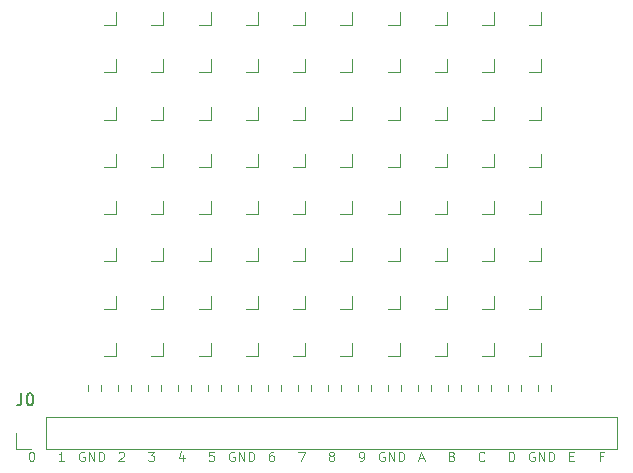
<source format=gbr>
%TF.GenerationSoftware,KiCad,Pcbnew,(6.0.10)*%
%TF.CreationDate,2023-02-01T20:58:39-08:00*%
%TF.ProjectId,pico8t-matrix,7069636f-3874-42d6-9d61-747269782e6b,rev?*%
%TF.SameCoordinates,Original*%
%TF.FileFunction,Legend,Top*%
%TF.FilePolarity,Positive*%
%FSLAX46Y46*%
G04 Gerber Fmt 4.6, Leading zero omitted, Abs format (unit mm)*
G04 Created by KiCad (PCBNEW (6.0.10)) date 2023-02-01 20:58:39*
%MOMM*%
%LPD*%
G01*
G04 APERTURE LIST*
%ADD10C,0.100000*%
%ADD11C,0.150000*%
%ADD12C,0.120000*%
G04 APERTURE END LIST*
D10*
X86220285Y-52774857D02*
X85953619Y-52774857D01*
X85953619Y-53193904D02*
X85953619Y-52393904D01*
X86334571Y-52393904D01*
X83394571Y-52774857D02*
X83661238Y-52774857D01*
X83775523Y-53193904D02*
X83394571Y-53193904D01*
X83394571Y-52393904D01*
X83775523Y-52393904D01*
X80416476Y-52432000D02*
X80340285Y-52393904D01*
X80226000Y-52393904D01*
X80111714Y-52432000D01*
X80035523Y-52508190D01*
X79997428Y-52584380D01*
X79959333Y-52736761D01*
X79959333Y-52851047D01*
X79997428Y-53003428D01*
X80035523Y-53079619D01*
X80111714Y-53155809D01*
X80226000Y-53193904D01*
X80302190Y-53193904D01*
X80416476Y-53155809D01*
X80454571Y-53117714D01*
X80454571Y-52851047D01*
X80302190Y-52851047D01*
X80797428Y-53193904D02*
X80797428Y-52393904D01*
X81254571Y-53193904D01*
X81254571Y-52393904D01*
X81635523Y-53193904D02*
X81635523Y-52393904D01*
X81826000Y-52393904D01*
X81940285Y-52432000D01*
X82016476Y-52508190D01*
X82054571Y-52584380D01*
X82092666Y-52736761D01*
X82092666Y-52851047D01*
X82054571Y-53003428D01*
X82016476Y-53079619D01*
X81940285Y-53155809D01*
X81826000Y-53193904D01*
X81635523Y-53193904D01*
X78276476Y-53193904D02*
X78276476Y-52393904D01*
X78466952Y-52393904D01*
X78581238Y-52432000D01*
X78657428Y-52508190D01*
X78695523Y-52584380D01*
X78733619Y-52736761D01*
X78733619Y-52851047D01*
X78695523Y-53003428D01*
X78657428Y-53079619D01*
X78581238Y-53155809D01*
X78466952Y-53193904D01*
X78276476Y-53193904D01*
X76193619Y-53117714D02*
X76155523Y-53155809D01*
X76041238Y-53193904D01*
X75965047Y-53193904D01*
X75850761Y-53155809D01*
X75774571Y-53079619D01*
X75736476Y-53003428D01*
X75698380Y-52851047D01*
X75698380Y-52736761D01*
X75736476Y-52584380D01*
X75774571Y-52508190D01*
X75850761Y-52432000D01*
X75965047Y-52393904D01*
X76041238Y-52393904D01*
X76155523Y-52432000D01*
X76193619Y-52470095D01*
X73463142Y-52774857D02*
X73577428Y-52812952D01*
X73615523Y-52851047D01*
X73653619Y-52927238D01*
X73653619Y-53041523D01*
X73615523Y-53117714D01*
X73577428Y-53155809D01*
X73501238Y-53193904D01*
X73196476Y-53193904D01*
X73196476Y-52393904D01*
X73463142Y-52393904D01*
X73539333Y-52432000D01*
X73577428Y-52470095D01*
X73615523Y-52546285D01*
X73615523Y-52622476D01*
X73577428Y-52698666D01*
X73539333Y-52736761D01*
X73463142Y-52774857D01*
X73196476Y-52774857D01*
X70675523Y-52965333D02*
X71056476Y-52965333D01*
X70599333Y-53193904D02*
X70866000Y-52393904D01*
X71132666Y-53193904D01*
X67716476Y-52432000D02*
X67640285Y-52393904D01*
X67526000Y-52393904D01*
X67411714Y-52432000D01*
X67335523Y-52508190D01*
X67297428Y-52584380D01*
X67259333Y-52736761D01*
X67259333Y-52851047D01*
X67297428Y-53003428D01*
X67335523Y-53079619D01*
X67411714Y-53155809D01*
X67526000Y-53193904D01*
X67602190Y-53193904D01*
X67716476Y-53155809D01*
X67754571Y-53117714D01*
X67754571Y-52851047D01*
X67602190Y-52851047D01*
X68097428Y-53193904D02*
X68097428Y-52393904D01*
X68554571Y-53193904D01*
X68554571Y-52393904D01*
X68935523Y-53193904D02*
X68935523Y-52393904D01*
X69126000Y-52393904D01*
X69240285Y-52432000D01*
X69316476Y-52508190D01*
X69354571Y-52584380D01*
X69392666Y-52736761D01*
X69392666Y-52851047D01*
X69354571Y-53003428D01*
X69316476Y-53079619D01*
X69240285Y-53155809D01*
X69126000Y-53193904D01*
X68935523Y-53193904D01*
X65633619Y-53193904D02*
X65786000Y-53193904D01*
X65862190Y-53155809D01*
X65900285Y-53117714D01*
X65976476Y-53003428D01*
X66014571Y-52851047D01*
X66014571Y-52546285D01*
X65976476Y-52470095D01*
X65938380Y-52432000D01*
X65862190Y-52393904D01*
X65709809Y-52393904D01*
X65633619Y-52432000D01*
X65595523Y-52470095D01*
X65557428Y-52546285D01*
X65557428Y-52736761D01*
X65595523Y-52812952D01*
X65633619Y-52851047D01*
X65709809Y-52889142D01*
X65862190Y-52889142D01*
X65938380Y-52851047D01*
X65976476Y-52812952D01*
X66014571Y-52736761D01*
X63169809Y-52736761D02*
X63093619Y-52698666D01*
X63055523Y-52660571D01*
X63017428Y-52584380D01*
X63017428Y-52546285D01*
X63055523Y-52470095D01*
X63093619Y-52432000D01*
X63169809Y-52393904D01*
X63322190Y-52393904D01*
X63398380Y-52432000D01*
X63436476Y-52470095D01*
X63474571Y-52546285D01*
X63474571Y-52584380D01*
X63436476Y-52660571D01*
X63398380Y-52698666D01*
X63322190Y-52736761D01*
X63169809Y-52736761D01*
X63093619Y-52774857D01*
X63055523Y-52812952D01*
X63017428Y-52889142D01*
X63017428Y-53041523D01*
X63055523Y-53117714D01*
X63093619Y-53155809D01*
X63169809Y-53193904D01*
X63322190Y-53193904D01*
X63398380Y-53155809D01*
X63436476Y-53117714D01*
X63474571Y-53041523D01*
X63474571Y-52889142D01*
X63436476Y-52812952D01*
X63398380Y-52774857D01*
X63322190Y-52736761D01*
X60439333Y-52393904D02*
X60972666Y-52393904D01*
X60629809Y-53193904D01*
X58318380Y-52393904D02*
X58166000Y-52393904D01*
X58089809Y-52432000D01*
X58051714Y-52470095D01*
X57975523Y-52584380D01*
X57937428Y-52736761D01*
X57937428Y-53041523D01*
X57975523Y-53117714D01*
X58013619Y-53155809D01*
X58089809Y-53193904D01*
X58242190Y-53193904D01*
X58318380Y-53155809D01*
X58356476Y-53117714D01*
X58394571Y-53041523D01*
X58394571Y-52851047D01*
X58356476Y-52774857D01*
X58318380Y-52736761D01*
X58242190Y-52698666D01*
X58089809Y-52698666D01*
X58013619Y-52736761D01*
X57975523Y-52774857D01*
X57937428Y-52851047D01*
X55016476Y-52432000D02*
X54940285Y-52393904D01*
X54826000Y-52393904D01*
X54711714Y-52432000D01*
X54635523Y-52508190D01*
X54597428Y-52584380D01*
X54559333Y-52736761D01*
X54559333Y-52851047D01*
X54597428Y-53003428D01*
X54635523Y-53079619D01*
X54711714Y-53155809D01*
X54826000Y-53193904D01*
X54902190Y-53193904D01*
X55016476Y-53155809D01*
X55054571Y-53117714D01*
X55054571Y-52851047D01*
X54902190Y-52851047D01*
X55397428Y-53193904D02*
X55397428Y-52393904D01*
X55854571Y-53193904D01*
X55854571Y-52393904D01*
X56235523Y-53193904D02*
X56235523Y-52393904D01*
X56426000Y-52393904D01*
X56540285Y-52432000D01*
X56616476Y-52508190D01*
X56654571Y-52584380D01*
X56692666Y-52736761D01*
X56692666Y-52851047D01*
X56654571Y-53003428D01*
X56616476Y-53079619D01*
X56540285Y-53155809D01*
X56426000Y-53193904D01*
X56235523Y-53193904D01*
X53276476Y-52393904D02*
X52895523Y-52393904D01*
X52857428Y-52774857D01*
X52895523Y-52736761D01*
X52971714Y-52698666D01*
X53162190Y-52698666D01*
X53238380Y-52736761D01*
X53276476Y-52774857D01*
X53314571Y-52851047D01*
X53314571Y-53041523D01*
X53276476Y-53117714D01*
X53238380Y-53155809D01*
X53162190Y-53193904D01*
X52971714Y-53193904D01*
X52895523Y-53155809D01*
X52857428Y-53117714D01*
X50698380Y-52660571D02*
X50698380Y-53193904D01*
X50507904Y-52355809D02*
X50317428Y-52927238D01*
X50812666Y-52927238D01*
X47739333Y-52393904D02*
X48234571Y-52393904D01*
X47967904Y-52698666D01*
X48082190Y-52698666D01*
X48158380Y-52736761D01*
X48196476Y-52774857D01*
X48234571Y-52851047D01*
X48234571Y-53041523D01*
X48196476Y-53117714D01*
X48158380Y-53155809D01*
X48082190Y-53193904D01*
X47853619Y-53193904D01*
X47777428Y-53155809D01*
X47739333Y-53117714D01*
X45237428Y-52470095D02*
X45275523Y-52432000D01*
X45351714Y-52393904D01*
X45542190Y-52393904D01*
X45618380Y-52432000D01*
X45656476Y-52470095D01*
X45694571Y-52546285D01*
X45694571Y-52622476D01*
X45656476Y-52736761D01*
X45199333Y-53193904D01*
X45694571Y-53193904D01*
X42316476Y-52432000D02*
X42240285Y-52393904D01*
X42126000Y-52393904D01*
X42011714Y-52432000D01*
X41935523Y-52508190D01*
X41897428Y-52584380D01*
X41859333Y-52736761D01*
X41859333Y-52851047D01*
X41897428Y-53003428D01*
X41935523Y-53079619D01*
X42011714Y-53155809D01*
X42126000Y-53193904D01*
X42202190Y-53193904D01*
X42316476Y-53155809D01*
X42354571Y-53117714D01*
X42354571Y-52851047D01*
X42202190Y-52851047D01*
X42697428Y-53193904D02*
X42697428Y-52393904D01*
X43154571Y-53193904D01*
X43154571Y-52393904D01*
X43535523Y-53193904D02*
X43535523Y-52393904D01*
X43726000Y-52393904D01*
X43840285Y-52432000D01*
X43916476Y-52508190D01*
X43954571Y-52584380D01*
X43992666Y-52736761D01*
X43992666Y-52851047D01*
X43954571Y-53003428D01*
X43916476Y-53079619D01*
X43840285Y-53155809D01*
X43726000Y-53193904D01*
X43535523Y-53193904D01*
X40614571Y-53193904D02*
X40157428Y-53193904D01*
X40386000Y-53193904D02*
X40386000Y-52393904D01*
X40309809Y-52508190D01*
X40233619Y-52584380D01*
X40157428Y-52622476D01*
X37807904Y-52393904D02*
X37884095Y-52393904D01*
X37960285Y-52432000D01*
X37998380Y-52470095D01*
X38036476Y-52546285D01*
X38074571Y-52698666D01*
X38074571Y-52889142D01*
X38036476Y-53041523D01*
X37998380Y-53117714D01*
X37960285Y-53155809D01*
X37884095Y-53193904D01*
X37807904Y-53193904D01*
X37731714Y-53155809D01*
X37693619Y-53117714D01*
X37655523Y-53041523D01*
X37617428Y-52889142D01*
X37617428Y-52698666D01*
X37655523Y-52546285D01*
X37693619Y-52470095D01*
X37731714Y-52432000D01*
X37807904Y-52393904D01*
D11*
%TO.C,J0*%
X37004666Y-47458380D02*
X37004666Y-48172666D01*
X36957047Y-48315523D01*
X36861809Y-48410761D01*
X36718952Y-48458380D01*
X36623714Y-48458380D01*
X37671333Y-47458380D02*
X37766571Y-47458380D01*
X37861809Y-47506000D01*
X37909428Y-47553619D01*
X37957047Y-47648857D01*
X38004666Y-47839333D01*
X38004666Y-48077428D01*
X37957047Y-48267904D01*
X37909428Y-48363142D01*
X37861809Y-48410761D01*
X37766571Y-48458380D01*
X37671333Y-48458380D01*
X37576095Y-48410761D01*
X37528476Y-48363142D01*
X37480857Y-48267904D01*
X37433238Y-48077428D01*
X37433238Y-47839333D01*
X37480857Y-47648857D01*
X37528476Y-47553619D01*
X37576095Y-47506000D01*
X37671333Y-47458380D01*
D12*
%TO.C,D42*%
X53010000Y-31180000D02*
X53010000Y-32280000D01*
X53010000Y-32280000D02*
X52010000Y-32280000D01*
%TO.C,D45*%
X65010000Y-31180000D02*
X65010000Y-32280000D01*
X65010000Y-32280000D02*
X64010000Y-32280000D01*
%TO.C,D51*%
X49010000Y-35180000D02*
X49010000Y-36280000D01*
X49010000Y-36280000D02*
X48010000Y-36280000D01*
%TO.C,D76*%
X69010000Y-43180000D02*
X69010000Y-44280000D01*
X69010000Y-44280000D02*
X68010000Y-44280000D01*
%TO.C,D73*%
X57010000Y-43180000D02*
X57010000Y-44280000D01*
X57010000Y-44280000D02*
X56010000Y-44280000D01*
%TO.C,D61*%
X49010000Y-39180000D02*
X49010000Y-40280000D01*
X49010000Y-40280000D02*
X48010000Y-40280000D01*
%TO.C,D14*%
X61010000Y-19180000D02*
X61010000Y-20280000D01*
X61010000Y-20280000D02*
X60010000Y-20280000D01*
%TO.C,D1*%
X49010000Y-15180000D02*
X49010000Y-16280000D01*
X49010000Y-16280000D02*
X48010000Y-16280000D01*
%TO.C,D24*%
X61010000Y-23180000D02*
X61010000Y-24280000D01*
X61010000Y-24280000D02*
X60010000Y-24280000D01*
%TO.C,D20*%
X45010000Y-23180000D02*
X45010000Y-24280000D01*
X45010000Y-24280000D02*
X44010000Y-24280000D01*
%TO.C,D33*%
X57010000Y-27180000D02*
X57010000Y-28280000D01*
X57010000Y-28280000D02*
X56010000Y-28280000D01*
%TO.C,D7*%
X73010000Y-15180000D02*
X73010000Y-16280000D01*
X73010000Y-16280000D02*
X72010000Y-16280000D01*
%TO.C,D59*%
X81010000Y-35180000D02*
X81010000Y-36280000D01*
X81010000Y-36280000D02*
X80010000Y-36280000D01*
%TO.C,D2*%
X53010000Y-15180000D02*
X53010000Y-16280000D01*
X53010000Y-16280000D02*
X52010000Y-16280000D01*
%TO.C,D5*%
X65010000Y-15180000D02*
X65010000Y-16280000D01*
X65010000Y-16280000D02*
X64010000Y-16280000D01*
%TO.C,D50*%
X45010000Y-35180000D02*
X45010000Y-36280000D01*
X45010000Y-36280000D02*
X44010000Y-36280000D01*
%TO.C,D9*%
X81010000Y-15180000D02*
X81010000Y-16280000D01*
X81010000Y-16280000D02*
X80010000Y-16280000D01*
%TO.C,D22*%
X53010000Y-23180000D02*
X53010000Y-24280000D01*
X53010000Y-24280000D02*
X52010000Y-24280000D01*
%TO.C,D28*%
X77010000Y-23180000D02*
X77010000Y-24280000D01*
X77010000Y-24280000D02*
X76010000Y-24280000D01*
%TO.C,D46*%
X69010000Y-31180000D02*
X69010000Y-32280000D01*
X69010000Y-32280000D02*
X68010000Y-32280000D01*
%TO.C,D17*%
X73010000Y-19180000D02*
X73010000Y-20280000D01*
X73010000Y-20280000D02*
X72010000Y-20280000D01*
%TO.C,D29*%
X81010000Y-23180000D02*
X81010000Y-24280000D01*
X81010000Y-24280000D02*
X80010000Y-24280000D01*
%TO.C,D18*%
X77010000Y-19180000D02*
X77010000Y-20280000D01*
X77010000Y-20280000D02*
X76010000Y-20280000D01*
%TO.C,D37*%
X73010000Y-27180000D02*
X73010000Y-28280000D01*
X73010000Y-28280000D02*
X72010000Y-28280000D01*
%TO.C,D56*%
X69010000Y-35180000D02*
X69010000Y-36280000D01*
X69010000Y-36280000D02*
X68010000Y-36280000D01*
%TO.C,D19*%
X81010000Y-19180000D02*
X81010000Y-20280000D01*
X81010000Y-20280000D02*
X80010000Y-20280000D01*
%TO.C,D53*%
X57010000Y-35180000D02*
X57010000Y-36280000D01*
X57010000Y-36280000D02*
X56010000Y-36280000D01*
%TO.C,D47*%
X73010000Y-31180000D02*
X73010000Y-32280000D01*
X73010000Y-32280000D02*
X72010000Y-32280000D01*
%TO.C,D69*%
X81010000Y-39180000D02*
X81010000Y-40280000D01*
X81010000Y-40280000D02*
X80010000Y-40280000D01*
%TO.C,D67*%
X73010000Y-39180000D02*
X73010000Y-40280000D01*
X73010000Y-40280000D02*
X72010000Y-40280000D01*
%TO.C,D43*%
X57010000Y-31180000D02*
X57010000Y-32280000D01*
X57010000Y-32280000D02*
X56010000Y-32280000D01*
%TO.C,D68*%
X77010000Y-39180000D02*
X77010000Y-40280000D01*
X77010000Y-40280000D02*
X76010000Y-40280000D01*
%TO.C,D58*%
X77010000Y-35180000D02*
X77010000Y-36280000D01*
X77010000Y-36280000D02*
X76010000Y-36280000D01*
%TO.C,D64*%
X61010000Y-39180000D02*
X61010000Y-40280000D01*
X61010000Y-40280000D02*
X60010000Y-40280000D01*
%TO.C,D71*%
X49010000Y-43180000D02*
X49010000Y-44280000D01*
X49010000Y-44280000D02*
X48010000Y-44280000D01*
%TO.C,D0*%
X45010000Y-15180000D02*
X45010000Y-16280000D01*
X45010000Y-16280000D02*
X44010000Y-16280000D01*
%TO.C,D26*%
X69010000Y-23180000D02*
X69010000Y-24280000D01*
X69010000Y-24280000D02*
X68010000Y-24280000D01*
%TO.C,D4*%
X61010000Y-15180000D02*
X61010000Y-16280000D01*
X61010000Y-16280000D02*
X60010000Y-16280000D01*
%TO.C,D40*%
X45010000Y-31180000D02*
X45010000Y-32280000D01*
X45010000Y-32280000D02*
X44010000Y-32280000D01*
%TO.C,D60*%
X45010000Y-39180000D02*
X45010000Y-40280000D01*
X45010000Y-40280000D02*
X44010000Y-40280000D01*
%TO.C,D31*%
X49010000Y-27180000D02*
X49010000Y-28280000D01*
X49010000Y-28280000D02*
X48010000Y-28280000D01*
%TO.C,D36*%
X69010000Y-27180000D02*
X69010000Y-28280000D01*
X69010000Y-28280000D02*
X68010000Y-28280000D01*
%TO.C,D52*%
X53010000Y-35180000D02*
X53010000Y-36280000D01*
X53010000Y-36280000D02*
X52010000Y-36280000D01*
%TO.C,D39*%
X81010000Y-27180000D02*
X81010000Y-28280000D01*
X81010000Y-28280000D02*
X80010000Y-28280000D01*
%TO.C,D49*%
X81010000Y-31180000D02*
X81010000Y-32280000D01*
X81010000Y-32280000D02*
X80010000Y-32280000D01*
%TO.C,D38*%
X77010000Y-27180000D02*
X77010000Y-28280000D01*
X77010000Y-28280000D02*
X76010000Y-28280000D01*
%TO.C,D62*%
X53010000Y-39180000D02*
X53010000Y-40280000D01*
X53010000Y-40280000D02*
X52010000Y-40280000D01*
%TO.C,D8*%
X77010000Y-15180000D02*
X77010000Y-16280000D01*
X77010000Y-16280000D02*
X76010000Y-16280000D01*
%TO.C,D34*%
X61010000Y-27180000D02*
X61010000Y-28280000D01*
X61010000Y-28280000D02*
X60010000Y-28280000D01*
%TO.C,D55*%
X65010000Y-35180000D02*
X65010000Y-36280000D01*
X65010000Y-36280000D02*
X64010000Y-36280000D01*
%TO.C,D75*%
X65010000Y-43180000D02*
X65010000Y-44280000D01*
X65010000Y-44280000D02*
X64010000Y-44280000D01*
%TO.C,D74*%
X61010000Y-43180000D02*
X61010000Y-44280000D01*
X61010000Y-44280000D02*
X60010000Y-44280000D01*
%TO.C,D70*%
X45010000Y-43180000D02*
X45010000Y-44280000D01*
X45010000Y-44280000D02*
X44010000Y-44280000D01*
%TO.C,D54*%
X61010000Y-35180000D02*
X61010000Y-36280000D01*
X61010000Y-36280000D02*
X60010000Y-36280000D01*
%TO.C,D25*%
X65010000Y-23180000D02*
X65010000Y-24280000D01*
X65010000Y-24280000D02*
X64010000Y-24280000D01*
%TO.C,D66*%
X69010000Y-39180000D02*
X69010000Y-40280000D01*
X69010000Y-40280000D02*
X68010000Y-40280000D01*
%TO.C,D12*%
X53010000Y-19180000D02*
X53010000Y-20280000D01*
X53010000Y-20280000D02*
X52010000Y-20280000D01*
%TO.C,D13*%
X57010000Y-19180000D02*
X57010000Y-20280000D01*
X57010000Y-20280000D02*
X56010000Y-20280000D01*
%TO.C,D48*%
X77010000Y-31180000D02*
X77010000Y-32280000D01*
X77010000Y-32280000D02*
X76010000Y-32280000D01*
%TO.C,D63*%
X57010000Y-39180000D02*
X57010000Y-40280000D01*
X57010000Y-40280000D02*
X56010000Y-40280000D01*
%TO.C,D44*%
X61010000Y-31180000D02*
X61010000Y-32280000D01*
X61010000Y-32280000D02*
X60010000Y-32280000D01*
%TO.C,D16*%
X69010000Y-19180000D02*
X69010000Y-20280000D01*
X69010000Y-20280000D02*
X68010000Y-20280000D01*
%TO.C,D6*%
X69010000Y-15180000D02*
X69010000Y-16280000D01*
X69010000Y-16280000D02*
X68010000Y-16280000D01*
%TO.C,D10*%
X45010000Y-19180000D02*
X45010000Y-20280000D01*
X45010000Y-20280000D02*
X44010000Y-20280000D01*
%TO.C,D79*%
X81010000Y-43180000D02*
X81010000Y-44280000D01*
X81010000Y-44280000D02*
X80010000Y-44280000D01*
%TO.C,D65*%
X65010000Y-39180000D02*
X65010000Y-40280000D01*
X65010000Y-40280000D02*
X64010000Y-40280000D01*
%TO.C,D57*%
X73010000Y-35180000D02*
X73010000Y-36280000D01*
X73010000Y-36280000D02*
X72010000Y-36280000D01*
%TO.C,D78*%
X77010000Y-43180000D02*
X77010000Y-44280000D01*
X77010000Y-44280000D02*
X76010000Y-44280000D01*
%TO.C,D32*%
X53010000Y-27180000D02*
X53010000Y-28280000D01*
X53010000Y-28280000D02*
X52010000Y-28280000D01*
%TO.C,D27*%
X73010000Y-23180000D02*
X73010000Y-24280000D01*
X73010000Y-24280000D02*
X72010000Y-24280000D01*
%TO.C,D15*%
X65010000Y-19180000D02*
X65010000Y-20280000D01*
X65010000Y-20280000D02*
X64010000Y-20280000D01*
%TO.C,D30*%
X45010000Y-27180000D02*
X45010000Y-28280000D01*
X45010000Y-28280000D02*
X44010000Y-28280000D01*
%TO.C,D41*%
X49010000Y-31180000D02*
X49010000Y-32280000D01*
X49010000Y-32280000D02*
X48010000Y-32280000D01*
%TO.C,D35*%
X65010000Y-27180000D02*
X65010000Y-28280000D01*
X65010000Y-28280000D02*
X64010000Y-28280000D01*
%TO.C,D3*%
X57010000Y-15180000D02*
X57010000Y-16280000D01*
X57010000Y-16280000D02*
X56010000Y-16280000D01*
%TO.C,D21*%
X49010000Y-23180000D02*
X49010000Y-24280000D01*
X49010000Y-24280000D02*
X48010000Y-24280000D01*
%TO.C,D23*%
X57010000Y-23180000D02*
X57010000Y-24280000D01*
X57010000Y-24280000D02*
X56010000Y-24280000D01*
%TO.C,D77*%
X73010000Y-43180000D02*
X73010000Y-44280000D01*
X73010000Y-44280000D02*
X72010000Y-44280000D01*
%TO.C,D11*%
X49010000Y-19180000D02*
X49010000Y-20280000D01*
X49010000Y-20280000D02*
X48010000Y-20280000D01*
%TO.C,D72*%
X53010000Y-43180000D02*
X53010000Y-44280000D01*
X53010000Y-44280000D02*
X52010000Y-44280000D01*
%TO.C,R7*%
X61482500Y-46735276D02*
X61482500Y-47244724D01*
X60437500Y-46735276D02*
X60437500Y-47244724D01*
%TO.C,R3*%
X51322500Y-46735276D02*
X51322500Y-47244724D01*
X50277500Y-46735276D02*
X50277500Y-47244724D01*
%TO.C,R11*%
X70597500Y-46735276D02*
X70597500Y-47244724D01*
X71642500Y-46735276D02*
X71642500Y-47244724D01*
%TO.C,J0*%
X87441000Y-52130000D02*
X87441000Y-49470000D01*
X37851000Y-52130000D02*
X36521000Y-52130000D01*
X39121000Y-52130000D02*
X39121000Y-49470000D01*
X39121000Y-52130000D02*
X87441000Y-52130000D01*
X39121000Y-49470000D02*
X87441000Y-49470000D01*
X36521000Y-52130000D02*
X36521000Y-50800000D01*
%TO.C,R6*%
X58942500Y-46735276D02*
X58942500Y-47244724D01*
X57897500Y-46735276D02*
X57897500Y-47244724D01*
%TO.C,R4*%
X53862500Y-46735276D02*
X53862500Y-47244724D01*
X52817500Y-46735276D02*
X52817500Y-47244724D01*
%TO.C,R12*%
X74182500Y-46735276D02*
X74182500Y-47244724D01*
X73137500Y-46735276D02*
X73137500Y-47244724D01*
%TO.C,R0*%
X43702500Y-46735276D02*
X43702500Y-47244724D01*
X42657500Y-46735276D02*
X42657500Y-47244724D01*
%TO.C,R15*%
X80757500Y-46735276D02*
X80757500Y-47244724D01*
X81802500Y-46735276D02*
X81802500Y-47244724D01*
%TO.C,R8*%
X62977500Y-46735276D02*
X62977500Y-47244724D01*
X64022500Y-46735276D02*
X64022500Y-47244724D01*
%TO.C,R2*%
X48782500Y-46735276D02*
X48782500Y-47244724D01*
X47737500Y-46735276D02*
X47737500Y-47244724D01*
%TO.C,R10*%
X68057500Y-46735276D02*
X68057500Y-47244724D01*
X69102500Y-46735276D02*
X69102500Y-47244724D01*
%TO.C,R1*%
X46242500Y-46735276D02*
X46242500Y-47244724D01*
X45197500Y-46735276D02*
X45197500Y-47244724D01*
%TO.C,R5*%
X56402500Y-46735276D02*
X56402500Y-47244724D01*
X55357500Y-46735276D02*
X55357500Y-47244724D01*
%TO.C,R13*%
X75677500Y-46735276D02*
X75677500Y-47244724D01*
X76722500Y-46735276D02*
X76722500Y-47244724D01*
%TO.C,R14*%
X79262500Y-46735276D02*
X79262500Y-47244724D01*
X78217500Y-46735276D02*
X78217500Y-47244724D01*
%TO.C,R9*%
X65517500Y-46735276D02*
X65517500Y-47244724D01*
X66562500Y-46735276D02*
X66562500Y-47244724D01*
%TD*%
M02*

</source>
